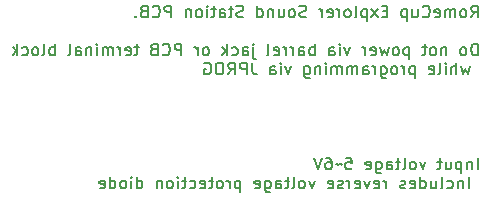
<source format=gbr>
%TF.GenerationSoftware,KiCad,Pcbnew,7.0.10*%
%TF.CreationDate,2024-03-02T17:10:40+01:00*%
%TF.ProjectId,explorer,6578706c-6f72-4657-922e-6b696361645f,rev?*%
%TF.SameCoordinates,Original*%
%TF.FileFunction,Legend,Bot*%
%TF.FilePolarity,Positive*%
%FSLAX46Y46*%
G04 Gerber Fmt 4.6, Leading zero omitted, Abs format (unit mm)*
G04 Created by KiCad (PCBNEW 7.0.10) date 2024-03-02 17:10:40*
%MOMM*%
%LPD*%
G01*
G04 APERTURE LIST*
G04 Aperture macros list*
%AMRoundRect*
0 Rectangle with rounded corners*
0 $1 Rounding radius*
0 $2 $3 $4 $5 $6 $7 $8 $9 X,Y pos of 4 corners*
0 Add a 4 corners polygon primitive as box body*
4,1,4,$2,$3,$4,$5,$6,$7,$8,$9,$2,$3,0*
0 Add four circle primitives for the rounded corners*
1,1,$1+$1,$2,$3*
1,1,$1+$1,$4,$5*
1,1,$1+$1,$6,$7*
1,1,$1+$1,$8,$9*
0 Add four rect primitives between the rounded corners*
20,1,$1+$1,$2,$3,$4,$5,0*
20,1,$1+$1,$4,$5,$6,$7,0*
20,1,$1+$1,$6,$7,$8,$9,0*
20,1,$1+$1,$8,$9,$2,$3,0*%
G04 Aperture macros list end*
%ADD10C,0.150000*%
%ADD11C,3.200000*%
%ADD12R,3.500000X3.500000*%
%ADD13RoundRect,0.750000X1.000000X-0.750000X1.000000X0.750000X-1.000000X0.750000X-1.000000X-0.750000X0*%
%ADD14RoundRect,0.875000X0.875000X-0.875000X0.875000X0.875000X-0.875000X0.875000X-0.875000X-0.875000X0*%
%ADD15R,1.700000X1.700000*%
%ADD16O,1.700000X1.700000*%
%ADD17RoundRect,0.250001X-0.949999X-0.949999X0.949999X-0.949999X0.949999X0.949999X-0.949999X0.949999X0*%
%ADD18C,2.400000*%
G04 APERTURE END LIST*
D10*
X90853792Y69559180D02*
X91187125Y70035371D01*
X91425220Y69559180D02*
X91425220Y70559180D01*
X91425220Y70559180D02*
X91044268Y70559180D01*
X91044268Y70559180D02*
X90949030Y70511561D01*
X90949030Y70511561D02*
X90901411Y70463942D01*
X90901411Y70463942D02*
X90853792Y70368704D01*
X90853792Y70368704D02*
X90853792Y70225847D01*
X90853792Y70225847D02*
X90901411Y70130609D01*
X90901411Y70130609D02*
X90949030Y70082990D01*
X90949030Y70082990D02*
X91044268Y70035371D01*
X91044268Y70035371D02*
X91425220Y70035371D01*
X90282363Y69559180D02*
X90377601Y69606800D01*
X90377601Y69606800D02*
X90425220Y69654419D01*
X90425220Y69654419D02*
X90472839Y69749657D01*
X90472839Y69749657D02*
X90472839Y70035371D01*
X90472839Y70035371D02*
X90425220Y70130609D01*
X90425220Y70130609D02*
X90377601Y70178228D01*
X90377601Y70178228D02*
X90282363Y70225847D01*
X90282363Y70225847D02*
X90139506Y70225847D01*
X90139506Y70225847D02*
X90044268Y70178228D01*
X90044268Y70178228D02*
X89996649Y70130609D01*
X89996649Y70130609D02*
X89949030Y70035371D01*
X89949030Y70035371D02*
X89949030Y69749657D01*
X89949030Y69749657D02*
X89996649Y69654419D01*
X89996649Y69654419D02*
X90044268Y69606800D01*
X90044268Y69606800D02*
X90139506Y69559180D01*
X90139506Y69559180D02*
X90282363Y69559180D01*
X89520458Y69559180D02*
X89520458Y70225847D01*
X89520458Y70130609D02*
X89472839Y70178228D01*
X89472839Y70178228D02*
X89377601Y70225847D01*
X89377601Y70225847D02*
X89234744Y70225847D01*
X89234744Y70225847D02*
X89139506Y70178228D01*
X89139506Y70178228D02*
X89091887Y70082990D01*
X89091887Y70082990D02*
X89091887Y69559180D01*
X89091887Y70082990D02*
X89044268Y70178228D01*
X89044268Y70178228D02*
X88949030Y70225847D01*
X88949030Y70225847D02*
X88806173Y70225847D01*
X88806173Y70225847D02*
X88710934Y70178228D01*
X88710934Y70178228D02*
X88663315Y70082990D01*
X88663315Y70082990D02*
X88663315Y69559180D01*
X87806173Y69606800D02*
X87901411Y69559180D01*
X87901411Y69559180D02*
X88091887Y69559180D01*
X88091887Y69559180D02*
X88187125Y69606800D01*
X88187125Y69606800D02*
X88234744Y69702038D01*
X88234744Y69702038D02*
X88234744Y70082990D01*
X88234744Y70082990D02*
X88187125Y70178228D01*
X88187125Y70178228D02*
X88091887Y70225847D01*
X88091887Y70225847D02*
X87901411Y70225847D01*
X87901411Y70225847D02*
X87806173Y70178228D01*
X87806173Y70178228D02*
X87758554Y70082990D01*
X87758554Y70082990D02*
X87758554Y69987752D01*
X87758554Y69987752D02*
X88234744Y69892514D01*
X86758554Y69654419D02*
X86806173Y69606800D01*
X86806173Y69606800D02*
X86949030Y69559180D01*
X86949030Y69559180D02*
X87044268Y69559180D01*
X87044268Y69559180D02*
X87187125Y69606800D01*
X87187125Y69606800D02*
X87282363Y69702038D01*
X87282363Y69702038D02*
X87329982Y69797276D01*
X87329982Y69797276D02*
X87377601Y69987752D01*
X87377601Y69987752D02*
X87377601Y70130609D01*
X87377601Y70130609D02*
X87329982Y70321085D01*
X87329982Y70321085D02*
X87282363Y70416323D01*
X87282363Y70416323D02*
X87187125Y70511561D01*
X87187125Y70511561D02*
X87044268Y70559180D01*
X87044268Y70559180D02*
X86949030Y70559180D01*
X86949030Y70559180D02*
X86806173Y70511561D01*
X86806173Y70511561D02*
X86758554Y70463942D01*
X85901411Y70225847D02*
X85901411Y69559180D01*
X86329982Y70225847D02*
X86329982Y69702038D01*
X86329982Y69702038D02*
X86282363Y69606800D01*
X86282363Y69606800D02*
X86187125Y69559180D01*
X86187125Y69559180D02*
X86044268Y69559180D01*
X86044268Y69559180D02*
X85949030Y69606800D01*
X85949030Y69606800D02*
X85901411Y69654419D01*
X85425220Y70225847D02*
X85425220Y69225847D01*
X85425220Y70178228D02*
X85329982Y70225847D01*
X85329982Y70225847D02*
X85139506Y70225847D01*
X85139506Y70225847D02*
X85044268Y70178228D01*
X85044268Y70178228D02*
X84996649Y70130609D01*
X84996649Y70130609D02*
X84949030Y70035371D01*
X84949030Y70035371D02*
X84949030Y69749657D01*
X84949030Y69749657D02*
X84996649Y69654419D01*
X84996649Y69654419D02*
X85044268Y69606800D01*
X85044268Y69606800D02*
X85139506Y69559180D01*
X85139506Y69559180D02*
X85329982Y69559180D01*
X85329982Y69559180D02*
X85425220Y69606800D01*
X83758553Y70082990D02*
X83425220Y70082990D01*
X83282363Y69559180D02*
X83758553Y69559180D01*
X83758553Y69559180D02*
X83758553Y70559180D01*
X83758553Y70559180D02*
X83282363Y70559180D01*
X82949029Y69559180D02*
X82425220Y70225847D01*
X82949029Y70225847D02*
X82425220Y69559180D01*
X82044267Y70225847D02*
X82044267Y69225847D01*
X82044267Y70178228D02*
X81949029Y70225847D01*
X81949029Y70225847D02*
X81758553Y70225847D01*
X81758553Y70225847D02*
X81663315Y70178228D01*
X81663315Y70178228D02*
X81615696Y70130609D01*
X81615696Y70130609D02*
X81568077Y70035371D01*
X81568077Y70035371D02*
X81568077Y69749657D01*
X81568077Y69749657D02*
X81615696Y69654419D01*
X81615696Y69654419D02*
X81663315Y69606800D01*
X81663315Y69606800D02*
X81758553Y69559180D01*
X81758553Y69559180D02*
X81949029Y69559180D01*
X81949029Y69559180D02*
X82044267Y69606800D01*
X80996648Y69559180D02*
X81091886Y69606800D01*
X81091886Y69606800D02*
X81139505Y69702038D01*
X81139505Y69702038D02*
X81139505Y70559180D01*
X80472838Y69559180D02*
X80568076Y69606800D01*
X80568076Y69606800D02*
X80615695Y69654419D01*
X80615695Y69654419D02*
X80663314Y69749657D01*
X80663314Y69749657D02*
X80663314Y70035371D01*
X80663314Y70035371D02*
X80615695Y70130609D01*
X80615695Y70130609D02*
X80568076Y70178228D01*
X80568076Y70178228D02*
X80472838Y70225847D01*
X80472838Y70225847D02*
X80329981Y70225847D01*
X80329981Y70225847D02*
X80234743Y70178228D01*
X80234743Y70178228D02*
X80187124Y70130609D01*
X80187124Y70130609D02*
X80139505Y70035371D01*
X80139505Y70035371D02*
X80139505Y69749657D01*
X80139505Y69749657D02*
X80187124Y69654419D01*
X80187124Y69654419D02*
X80234743Y69606800D01*
X80234743Y69606800D02*
X80329981Y69559180D01*
X80329981Y69559180D02*
X80472838Y69559180D01*
X79710933Y69559180D02*
X79710933Y70225847D01*
X79710933Y70035371D02*
X79663314Y70130609D01*
X79663314Y70130609D02*
X79615695Y70178228D01*
X79615695Y70178228D02*
X79520457Y70225847D01*
X79520457Y70225847D02*
X79425219Y70225847D01*
X78710933Y69606800D02*
X78806171Y69559180D01*
X78806171Y69559180D02*
X78996647Y69559180D01*
X78996647Y69559180D02*
X79091885Y69606800D01*
X79091885Y69606800D02*
X79139504Y69702038D01*
X79139504Y69702038D02*
X79139504Y70082990D01*
X79139504Y70082990D02*
X79091885Y70178228D01*
X79091885Y70178228D02*
X78996647Y70225847D01*
X78996647Y70225847D02*
X78806171Y70225847D01*
X78806171Y70225847D02*
X78710933Y70178228D01*
X78710933Y70178228D02*
X78663314Y70082990D01*
X78663314Y70082990D02*
X78663314Y69987752D01*
X78663314Y69987752D02*
X79139504Y69892514D01*
X78234742Y69559180D02*
X78234742Y70225847D01*
X78234742Y70035371D02*
X78187123Y70130609D01*
X78187123Y70130609D02*
X78139504Y70178228D01*
X78139504Y70178228D02*
X78044266Y70225847D01*
X78044266Y70225847D02*
X77949028Y70225847D01*
X76901408Y69606800D02*
X76758551Y69559180D01*
X76758551Y69559180D02*
X76520456Y69559180D01*
X76520456Y69559180D02*
X76425218Y69606800D01*
X76425218Y69606800D02*
X76377599Y69654419D01*
X76377599Y69654419D02*
X76329980Y69749657D01*
X76329980Y69749657D02*
X76329980Y69844895D01*
X76329980Y69844895D02*
X76377599Y69940133D01*
X76377599Y69940133D02*
X76425218Y69987752D01*
X76425218Y69987752D02*
X76520456Y70035371D01*
X76520456Y70035371D02*
X76710932Y70082990D01*
X76710932Y70082990D02*
X76806170Y70130609D01*
X76806170Y70130609D02*
X76853789Y70178228D01*
X76853789Y70178228D02*
X76901408Y70273466D01*
X76901408Y70273466D02*
X76901408Y70368704D01*
X76901408Y70368704D02*
X76853789Y70463942D01*
X76853789Y70463942D02*
X76806170Y70511561D01*
X76806170Y70511561D02*
X76710932Y70559180D01*
X76710932Y70559180D02*
X76472837Y70559180D01*
X76472837Y70559180D02*
X76329980Y70511561D01*
X75758551Y69559180D02*
X75853789Y69606800D01*
X75853789Y69606800D02*
X75901408Y69654419D01*
X75901408Y69654419D02*
X75949027Y69749657D01*
X75949027Y69749657D02*
X75949027Y70035371D01*
X75949027Y70035371D02*
X75901408Y70130609D01*
X75901408Y70130609D02*
X75853789Y70178228D01*
X75853789Y70178228D02*
X75758551Y70225847D01*
X75758551Y70225847D02*
X75615694Y70225847D01*
X75615694Y70225847D02*
X75520456Y70178228D01*
X75520456Y70178228D02*
X75472837Y70130609D01*
X75472837Y70130609D02*
X75425218Y70035371D01*
X75425218Y70035371D02*
X75425218Y69749657D01*
X75425218Y69749657D02*
X75472837Y69654419D01*
X75472837Y69654419D02*
X75520456Y69606800D01*
X75520456Y69606800D02*
X75615694Y69559180D01*
X75615694Y69559180D02*
X75758551Y69559180D01*
X74568075Y70225847D02*
X74568075Y69559180D01*
X74996646Y70225847D02*
X74996646Y69702038D01*
X74996646Y69702038D02*
X74949027Y69606800D01*
X74949027Y69606800D02*
X74853789Y69559180D01*
X74853789Y69559180D02*
X74710932Y69559180D01*
X74710932Y69559180D02*
X74615694Y69606800D01*
X74615694Y69606800D02*
X74568075Y69654419D01*
X74091884Y70225847D02*
X74091884Y69559180D01*
X74091884Y70130609D02*
X74044265Y70178228D01*
X74044265Y70178228D02*
X73949027Y70225847D01*
X73949027Y70225847D02*
X73806170Y70225847D01*
X73806170Y70225847D02*
X73710932Y70178228D01*
X73710932Y70178228D02*
X73663313Y70082990D01*
X73663313Y70082990D02*
X73663313Y69559180D01*
X72758551Y69559180D02*
X72758551Y70559180D01*
X72758551Y69606800D02*
X72853789Y69559180D01*
X72853789Y69559180D02*
X73044265Y69559180D01*
X73044265Y69559180D02*
X73139503Y69606800D01*
X73139503Y69606800D02*
X73187122Y69654419D01*
X73187122Y69654419D02*
X73234741Y69749657D01*
X73234741Y69749657D02*
X73234741Y70035371D01*
X73234741Y70035371D02*
X73187122Y70130609D01*
X73187122Y70130609D02*
X73139503Y70178228D01*
X73139503Y70178228D02*
X73044265Y70225847D01*
X73044265Y70225847D02*
X72853789Y70225847D01*
X72853789Y70225847D02*
X72758551Y70178228D01*
X71568074Y69606800D02*
X71425217Y69559180D01*
X71425217Y69559180D02*
X71187122Y69559180D01*
X71187122Y69559180D02*
X71091884Y69606800D01*
X71091884Y69606800D02*
X71044265Y69654419D01*
X71044265Y69654419D02*
X70996646Y69749657D01*
X70996646Y69749657D02*
X70996646Y69844895D01*
X70996646Y69844895D02*
X71044265Y69940133D01*
X71044265Y69940133D02*
X71091884Y69987752D01*
X71091884Y69987752D02*
X71187122Y70035371D01*
X71187122Y70035371D02*
X71377598Y70082990D01*
X71377598Y70082990D02*
X71472836Y70130609D01*
X71472836Y70130609D02*
X71520455Y70178228D01*
X71520455Y70178228D02*
X71568074Y70273466D01*
X71568074Y70273466D02*
X71568074Y70368704D01*
X71568074Y70368704D02*
X71520455Y70463942D01*
X71520455Y70463942D02*
X71472836Y70511561D01*
X71472836Y70511561D02*
X71377598Y70559180D01*
X71377598Y70559180D02*
X71139503Y70559180D01*
X71139503Y70559180D02*
X70996646Y70511561D01*
X70710931Y70225847D02*
X70329979Y70225847D01*
X70568074Y70559180D02*
X70568074Y69702038D01*
X70568074Y69702038D02*
X70520455Y69606800D01*
X70520455Y69606800D02*
X70425217Y69559180D01*
X70425217Y69559180D02*
X70329979Y69559180D01*
X69568074Y69559180D02*
X69568074Y70082990D01*
X69568074Y70082990D02*
X69615693Y70178228D01*
X69615693Y70178228D02*
X69710931Y70225847D01*
X69710931Y70225847D02*
X69901407Y70225847D01*
X69901407Y70225847D02*
X69996645Y70178228D01*
X69568074Y69606800D02*
X69663312Y69559180D01*
X69663312Y69559180D02*
X69901407Y69559180D01*
X69901407Y69559180D02*
X69996645Y69606800D01*
X69996645Y69606800D02*
X70044264Y69702038D01*
X70044264Y69702038D02*
X70044264Y69797276D01*
X70044264Y69797276D02*
X69996645Y69892514D01*
X69996645Y69892514D02*
X69901407Y69940133D01*
X69901407Y69940133D02*
X69663312Y69940133D01*
X69663312Y69940133D02*
X69568074Y69987752D01*
X69234740Y70225847D02*
X68853788Y70225847D01*
X69091883Y70559180D02*
X69091883Y69702038D01*
X69091883Y69702038D02*
X69044264Y69606800D01*
X69044264Y69606800D02*
X68949026Y69559180D01*
X68949026Y69559180D02*
X68853788Y69559180D01*
X68520454Y69559180D02*
X68520454Y70225847D01*
X68520454Y70559180D02*
X68568073Y70511561D01*
X68568073Y70511561D02*
X68520454Y70463942D01*
X68520454Y70463942D02*
X68472835Y70511561D01*
X68472835Y70511561D02*
X68520454Y70559180D01*
X68520454Y70559180D02*
X68520454Y70463942D01*
X67901407Y69559180D02*
X67996645Y69606800D01*
X67996645Y69606800D02*
X68044264Y69654419D01*
X68044264Y69654419D02*
X68091883Y69749657D01*
X68091883Y69749657D02*
X68091883Y70035371D01*
X68091883Y70035371D02*
X68044264Y70130609D01*
X68044264Y70130609D02*
X67996645Y70178228D01*
X67996645Y70178228D02*
X67901407Y70225847D01*
X67901407Y70225847D02*
X67758550Y70225847D01*
X67758550Y70225847D02*
X67663312Y70178228D01*
X67663312Y70178228D02*
X67615693Y70130609D01*
X67615693Y70130609D02*
X67568074Y70035371D01*
X67568074Y70035371D02*
X67568074Y69749657D01*
X67568074Y69749657D02*
X67615693Y69654419D01*
X67615693Y69654419D02*
X67663312Y69606800D01*
X67663312Y69606800D02*
X67758550Y69559180D01*
X67758550Y69559180D02*
X67901407Y69559180D01*
X67139502Y70225847D02*
X67139502Y69559180D01*
X67139502Y70130609D02*
X67091883Y70178228D01*
X67091883Y70178228D02*
X66996645Y70225847D01*
X66996645Y70225847D02*
X66853788Y70225847D01*
X66853788Y70225847D02*
X66758550Y70178228D01*
X66758550Y70178228D02*
X66710931Y70082990D01*
X66710931Y70082990D02*
X66710931Y69559180D01*
X65472835Y69559180D02*
X65472835Y70559180D01*
X65472835Y70559180D02*
X65091883Y70559180D01*
X65091883Y70559180D02*
X64996645Y70511561D01*
X64996645Y70511561D02*
X64949026Y70463942D01*
X64949026Y70463942D02*
X64901407Y70368704D01*
X64901407Y70368704D02*
X64901407Y70225847D01*
X64901407Y70225847D02*
X64949026Y70130609D01*
X64949026Y70130609D02*
X64996645Y70082990D01*
X64996645Y70082990D02*
X65091883Y70035371D01*
X65091883Y70035371D02*
X65472835Y70035371D01*
X63901407Y69654419D02*
X63949026Y69606800D01*
X63949026Y69606800D02*
X64091883Y69559180D01*
X64091883Y69559180D02*
X64187121Y69559180D01*
X64187121Y69559180D02*
X64329978Y69606800D01*
X64329978Y69606800D02*
X64425216Y69702038D01*
X64425216Y69702038D02*
X64472835Y69797276D01*
X64472835Y69797276D02*
X64520454Y69987752D01*
X64520454Y69987752D02*
X64520454Y70130609D01*
X64520454Y70130609D02*
X64472835Y70321085D01*
X64472835Y70321085D02*
X64425216Y70416323D01*
X64425216Y70416323D02*
X64329978Y70511561D01*
X64329978Y70511561D02*
X64187121Y70559180D01*
X64187121Y70559180D02*
X64091883Y70559180D01*
X64091883Y70559180D02*
X63949026Y70511561D01*
X63949026Y70511561D02*
X63901407Y70463942D01*
X63139502Y70082990D02*
X62996645Y70035371D01*
X62996645Y70035371D02*
X62949026Y69987752D01*
X62949026Y69987752D02*
X62901407Y69892514D01*
X62901407Y69892514D02*
X62901407Y69749657D01*
X62901407Y69749657D02*
X62949026Y69654419D01*
X62949026Y69654419D02*
X62996645Y69606800D01*
X62996645Y69606800D02*
X63091883Y69559180D01*
X63091883Y69559180D02*
X63472835Y69559180D01*
X63472835Y69559180D02*
X63472835Y70559180D01*
X63472835Y70559180D02*
X63139502Y70559180D01*
X63139502Y70559180D02*
X63044264Y70511561D01*
X63044264Y70511561D02*
X62996645Y70463942D01*
X62996645Y70463942D02*
X62949026Y70368704D01*
X62949026Y70368704D02*
X62949026Y70273466D01*
X62949026Y70273466D02*
X62996645Y70178228D01*
X62996645Y70178228D02*
X63044264Y70130609D01*
X63044264Y70130609D02*
X63139502Y70082990D01*
X63139502Y70082990D02*
X63472835Y70082990D01*
X62472835Y69654419D02*
X62425216Y69606800D01*
X62425216Y69606800D02*
X62472835Y69559180D01*
X62472835Y69559180D02*
X62520454Y69606800D01*
X62520454Y69606800D02*
X62472835Y69654419D01*
X62472835Y69654419D02*
X62472835Y69559180D01*
X91425220Y66339180D02*
X91425220Y67339180D01*
X91425220Y67339180D02*
X91187125Y67339180D01*
X91187125Y67339180D02*
X91044268Y67291561D01*
X91044268Y67291561D02*
X90949030Y67196323D01*
X90949030Y67196323D02*
X90901411Y67101085D01*
X90901411Y67101085D02*
X90853792Y66910609D01*
X90853792Y66910609D02*
X90853792Y66767752D01*
X90853792Y66767752D02*
X90901411Y66577276D01*
X90901411Y66577276D02*
X90949030Y66482038D01*
X90949030Y66482038D02*
X91044268Y66386800D01*
X91044268Y66386800D02*
X91187125Y66339180D01*
X91187125Y66339180D02*
X91425220Y66339180D01*
X90282363Y66339180D02*
X90377601Y66386800D01*
X90377601Y66386800D02*
X90425220Y66434419D01*
X90425220Y66434419D02*
X90472839Y66529657D01*
X90472839Y66529657D02*
X90472839Y66815371D01*
X90472839Y66815371D02*
X90425220Y66910609D01*
X90425220Y66910609D02*
X90377601Y66958228D01*
X90377601Y66958228D02*
X90282363Y67005847D01*
X90282363Y67005847D02*
X90139506Y67005847D01*
X90139506Y67005847D02*
X90044268Y66958228D01*
X90044268Y66958228D02*
X89996649Y66910609D01*
X89996649Y66910609D02*
X89949030Y66815371D01*
X89949030Y66815371D02*
X89949030Y66529657D01*
X89949030Y66529657D02*
X89996649Y66434419D01*
X89996649Y66434419D02*
X90044268Y66386800D01*
X90044268Y66386800D02*
X90139506Y66339180D01*
X90139506Y66339180D02*
X90282363Y66339180D01*
X88758553Y67005847D02*
X88758553Y66339180D01*
X88758553Y66910609D02*
X88710934Y66958228D01*
X88710934Y66958228D02*
X88615696Y67005847D01*
X88615696Y67005847D02*
X88472839Y67005847D01*
X88472839Y67005847D02*
X88377601Y66958228D01*
X88377601Y66958228D02*
X88329982Y66862990D01*
X88329982Y66862990D02*
X88329982Y66339180D01*
X87710934Y66339180D02*
X87806172Y66386800D01*
X87806172Y66386800D02*
X87853791Y66434419D01*
X87853791Y66434419D02*
X87901410Y66529657D01*
X87901410Y66529657D02*
X87901410Y66815371D01*
X87901410Y66815371D02*
X87853791Y66910609D01*
X87853791Y66910609D02*
X87806172Y66958228D01*
X87806172Y66958228D02*
X87710934Y67005847D01*
X87710934Y67005847D02*
X87568077Y67005847D01*
X87568077Y67005847D02*
X87472839Y66958228D01*
X87472839Y66958228D02*
X87425220Y66910609D01*
X87425220Y66910609D02*
X87377601Y66815371D01*
X87377601Y66815371D02*
X87377601Y66529657D01*
X87377601Y66529657D02*
X87425220Y66434419D01*
X87425220Y66434419D02*
X87472839Y66386800D01*
X87472839Y66386800D02*
X87568077Y66339180D01*
X87568077Y66339180D02*
X87710934Y66339180D01*
X87091886Y67005847D02*
X86710934Y67005847D01*
X86949029Y67339180D02*
X86949029Y66482038D01*
X86949029Y66482038D02*
X86901410Y66386800D01*
X86901410Y66386800D02*
X86806172Y66339180D01*
X86806172Y66339180D02*
X86710934Y66339180D01*
X85615695Y67005847D02*
X85615695Y66005847D01*
X85615695Y66958228D02*
X85520457Y67005847D01*
X85520457Y67005847D02*
X85329981Y67005847D01*
X85329981Y67005847D02*
X85234743Y66958228D01*
X85234743Y66958228D02*
X85187124Y66910609D01*
X85187124Y66910609D02*
X85139505Y66815371D01*
X85139505Y66815371D02*
X85139505Y66529657D01*
X85139505Y66529657D02*
X85187124Y66434419D01*
X85187124Y66434419D02*
X85234743Y66386800D01*
X85234743Y66386800D02*
X85329981Y66339180D01*
X85329981Y66339180D02*
X85520457Y66339180D01*
X85520457Y66339180D02*
X85615695Y66386800D01*
X84568076Y66339180D02*
X84663314Y66386800D01*
X84663314Y66386800D02*
X84710933Y66434419D01*
X84710933Y66434419D02*
X84758552Y66529657D01*
X84758552Y66529657D02*
X84758552Y66815371D01*
X84758552Y66815371D02*
X84710933Y66910609D01*
X84710933Y66910609D02*
X84663314Y66958228D01*
X84663314Y66958228D02*
X84568076Y67005847D01*
X84568076Y67005847D02*
X84425219Y67005847D01*
X84425219Y67005847D02*
X84329981Y66958228D01*
X84329981Y66958228D02*
X84282362Y66910609D01*
X84282362Y66910609D02*
X84234743Y66815371D01*
X84234743Y66815371D02*
X84234743Y66529657D01*
X84234743Y66529657D02*
X84282362Y66434419D01*
X84282362Y66434419D02*
X84329981Y66386800D01*
X84329981Y66386800D02*
X84425219Y66339180D01*
X84425219Y66339180D02*
X84568076Y66339180D01*
X83901409Y67005847D02*
X83710933Y66339180D01*
X83710933Y66339180D02*
X83520457Y66815371D01*
X83520457Y66815371D02*
X83329981Y66339180D01*
X83329981Y66339180D02*
X83139505Y67005847D01*
X82377600Y66386800D02*
X82472838Y66339180D01*
X82472838Y66339180D02*
X82663314Y66339180D01*
X82663314Y66339180D02*
X82758552Y66386800D01*
X82758552Y66386800D02*
X82806171Y66482038D01*
X82806171Y66482038D02*
X82806171Y66862990D01*
X82806171Y66862990D02*
X82758552Y66958228D01*
X82758552Y66958228D02*
X82663314Y67005847D01*
X82663314Y67005847D02*
X82472838Y67005847D01*
X82472838Y67005847D02*
X82377600Y66958228D01*
X82377600Y66958228D02*
X82329981Y66862990D01*
X82329981Y66862990D02*
X82329981Y66767752D01*
X82329981Y66767752D02*
X82806171Y66672514D01*
X81901409Y66339180D02*
X81901409Y67005847D01*
X81901409Y66815371D02*
X81853790Y66910609D01*
X81853790Y66910609D02*
X81806171Y66958228D01*
X81806171Y66958228D02*
X81710933Y67005847D01*
X81710933Y67005847D02*
X81615695Y67005847D01*
X80615694Y67005847D02*
X80377599Y66339180D01*
X80377599Y66339180D02*
X80139504Y67005847D01*
X79758551Y66339180D02*
X79758551Y67005847D01*
X79758551Y67339180D02*
X79806170Y67291561D01*
X79806170Y67291561D02*
X79758551Y67243942D01*
X79758551Y67243942D02*
X79710932Y67291561D01*
X79710932Y67291561D02*
X79758551Y67339180D01*
X79758551Y67339180D02*
X79758551Y67243942D01*
X78853790Y66339180D02*
X78853790Y66862990D01*
X78853790Y66862990D02*
X78901409Y66958228D01*
X78901409Y66958228D02*
X78996647Y67005847D01*
X78996647Y67005847D02*
X79187123Y67005847D01*
X79187123Y67005847D02*
X79282361Y66958228D01*
X78853790Y66386800D02*
X78949028Y66339180D01*
X78949028Y66339180D02*
X79187123Y66339180D01*
X79187123Y66339180D02*
X79282361Y66386800D01*
X79282361Y66386800D02*
X79329980Y66482038D01*
X79329980Y66482038D02*
X79329980Y66577276D01*
X79329980Y66577276D02*
X79282361Y66672514D01*
X79282361Y66672514D02*
X79187123Y66720133D01*
X79187123Y66720133D02*
X78949028Y66720133D01*
X78949028Y66720133D02*
X78853790Y66767752D01*
X77615694Y66339180D02*
X77615694Y67339180D01*
X77615694Y66958228D02*
X77520456Y67005847D01*
X77520456Y67005847D02*
X77329980Y67005847D01*
X77329980Y67005847D02*
X77234742Y66958228D01*
X77234742Y66958228D02*
X77187123Y66910609D01*
X77187123Y66910609D02*
X77139504Y66815371D01*
X77139504Y66815371D02*
X77139504Y66529657D01*
X77139504Y66529657D02*
X77187123Y66434419D01*
X77187123Y66434419D02*
X77234742Y66386800D01*
X77234742Y66386800D02*
X77329980Y66339180D01*
X77329980Y66339180D02*
X77520456Y66339180D01*
X77520456Y66339180D02*
X77615694Y66386800D01*
X76282361Y66339180D02*
X76282361Y66862990D01*
X76282361Y66862990D02*
X76329980Y66958228D01*
X76329980Y66958228D02*
X76425218Y67005847D01*
X76425218Y67005847D02*
X76615694Y67005847D01*
X76615694Y67005847D02*
X76710932Y66958228D01*
X76282361Y66386800D02*
X76377599Y66339180D01*
X76377599Y66339180D02*
X76615694Y66339180D01*
X76615694Y66339180D02*
X76710932Y66386800D01*
X76710932Y66386800D02*
X76758551Y66482038D01*
X76758551Y66482038D02*
X76758551Y66577276D01*
X76758551Y66577276D02*
X76710932Y66672514D01*
X76710932Y66672514D02*
X76615694Y66720133D01*
X76615694Y66720133D02*
X76377599Y66720133D01*
X76377599Y66720133D02*
X76282361Y66767752D01*
X75806170Y66339180D02*
X75806170Y67005847D01*
X75806170Y66815371D02*
X75758551Y66910609D01*
X75758551Y66910609D02*
X75710932Y66958228D01*
X75710932Y66958228D02*
X75615694Y67005847D01*
X75615694Y67005847D02*
X75520456Y67005847D01*
X75187122Y66339180D02*
X75187122Y67005847D01*
X75187122Y66815371D02*
X75139503Y66910609D01*
X75139503Y66910609D02*
X75091884Y66958228D01*
X75091884Y66958228D02*
X74996646Y67005847D01*
X74996646Y67005847D02*
X74901408Y67005847D01*
X74187122Y66386800D02*
X74282360Y66339180D01*
X74282360Y66339180D02*
X74472836Y66339180D01*
X74472836Y66339180D02*
X74568074Y66386800D01*
X74568074Y66386800D02*
X74615693Y66482038D01*
X74615693Y66482038D02*
X74615693Y66862990D01*
X74615693Y66862990D02*
X74568074Y66958228D01*
X74568074Y66958228D02*
X74472836Y67005847D01*
X74472836Y67005847D02*
X74282360Y67005847D01*
X74282360Y67005847D02*
X74187122Y66958228D01*
X74187122Y66958228D02*
X74139503Y66862990D01*
X74139503Y66862990D02*
X74139503Y66767752D01*
X74139503Y66767752D02*
X74615693Y66672514D01*
X73568074Y66339180D02*
X73663312Y66386800D01*
X73663312Y66386800D02*
X73710931Y66482038D01*
X73710931Y66482038D02*
X73710931Y67339180D01*
X72425216Y67005847D02*
X72425216Y66148704D01*
X72425216Y66148704D02*
X72472835Y66053466D01*
X72472835Y66053466D02*
X72568073Y66005847D01*
X72568073Y66005847D02*
X72615692Y66005847D01*
X72425216Y67339180D02*
X72472835Y67291561D01*
X72472835Y67291561D02*
X72425216Y67243942D01*
X72425216Y67243942D02*
X72377597Y67291561D01*
X72377597Y67291561D02*
X72425216Y67339180D01*
X72425216Y67339180D02*
X72425216Y67243942D01*
X71520455Y66339180D02*
X71520455Y66862990D01*
X71520455Y66862990D02*
X71568074Y66958228D01*
X71568074Y66958228D02*
X71663312Y67005847D01*
X71663312Y67005847D02*
X71853788Y67005847D01*
X71853788Y67005847D02*
X71949026Y66958228D01*
X71520455Y66386800D02*
X71615693Y66339180D01*
X71615693Y66339180D02*
X71853788Y66339180D01*
X71853788Y66339180D02*
X71949026Y66386800D01*
X71949026Y66386800D02*
X71996645Y66482038D01*
X71996645Y66482038D02*
X71996645Y66577276D01*
X71996645Y66577276D02*
X71949026Y66672514D01*
X71949026Y66672514D02*
X71853788Y66720133D01*
X71853788Y66720133D02*
X71615693Y66720133D01*
X71615693Y66720133D02*
X71520455Y66767752D01*
X70615693Y66386800D02*
X70710931Y66339180D01*
X70710931Y66339180D02*
X70901407Y66339180D01*
X70901407Y66339180D02*
X70996645Y66386800D01*
X70996645Y66386800D02*
X71044264Y66434419D01*
X71044264Y66434419D02*
X71091883Y66529657D01*
X71091883Y66529657D02*
X71091883Y66815371D01*
X71091883Y66815371D02*
X71044264Y66910609D01*
X71044264Y66910609D02*
X70996645Y66958228D01*
X70996645Y66958228D02*
X70901407Y67005847D01*
X70901407Y67005847D02*
X70710931Y67005847D01*
X70710931Y67005847D02*
X70615693Y66958228D01*
X70187121Y66339180D02*
X70187121Y67339180D01*
X70091883Y66720133D02*
X69806169Y66339180D01*
X69806169Y67005847D02*
X70187121Y66624895D01*
X68472835Y66339180D02*
X68568073Y66386800D01*
X68568073Y66386800D02*
X68615692Y66434419D01*
X68615692Y66434419D02*
X68663311Y66529657D01*
X68663311Y66529657D02*
X68663311Y66815371D01*
X68663311Y66815371D02*
X68615692Y66910609D01*
X68615692Y66910609D02*
X68568073Y66958228D01*
X68568073Y66958228D02*
X68472835Y67005847D01*
X68472835Y67005847D02*
X68329978Y67005847D01*
X68329978Y67005847D02*
X68234740Y66958228D01*
X68234740Y66958228D02*
X68187121Y66910609D01*
X68187121Y66910609D02*
X68139502Y66815371D01*
X68139502Y66815371D02*
X68139502Y66529657D01*
X68139502Y66529657D02*
X68187121Y66434419D01*
X68187121Y66434419D02*
X68234740Y66386800D01*
X68234740Y66386800D02*
X68329978Y66339180D01*
X68329978Y66339180D02*
X68472835Y66339180D01*
X67710930Y66339180D02*
X67710930Y67005847D01*
X67710930Y66815371D02*
X67663311Y66910609D01*
X67663311Y66910609D02*
X67615692Y66958228D01*
X67615692Y66958228D02*
X67520454Y67005847D01*
X67520454Y67005847D02*
X67425216Y67005847D01*
X66329977Y66339180D02*
X66329977Y67339180D01*
X66329977Y67339180D02*
X65949025Y67339180D01*
X65949025Y67339180D02*
X65853787Y67291561D01*
X65853787Y67291561D02*
X65806168Y67243942D01*
X65806168Y67243942D02*
X65758549Y67148704D01*
X65758549Y67148704D02*
X65758549Y67005847D01*
X65758549Y67005847D02*
X65806168Y66910609D01*
X65806168Y66910609D02*
X65853787Y66862990D01*
X65853787Y66862990D02*
X65949025Y66815371D01*
X65949025Y66815371D02*
X66329977Y66815371D01*
X64758549Y66434419D02*
X64806168Y66386800D01*
X64806168Y66386800D02*
X64949025Y66339180D01*
X64949025Y66339180D02*
X65044263Y66339180D01*
X65044263Y66339180D02*
X65187120Y66386800D01*
X65187120Y66386800D02*
X65282358Y66482038D01*
X65282358Y66482038D02*
X65329977Y66577276D01*
X65329977Y66577276D02*
X65377596Y66767752D01*
X65377596Y66767752D02*
X65377596Y66910609D01*
X65377596Y66910609D02*
X65329977Y67101085D01*
X65329977Y67101085D02*
X65282358Y67196323D01*
X65282358Y67196323D02*
X65187120Y67291561D01*
X65187120Y67291561D02*
X65044263Y67339180D01*
X65044263Y67339180D02*
X64949025Y67339180D01*
X64949025Y67339180D02*
X64806168Y67291561D01*
X64806168Y67291561D02*
X64758549Y67243942D01*
X63996644Y66862990D02*
X63853787Y66815371D01*
X63853787Y66815371D02*
X63806168Y66767752D01*
X63806168Y66767752D02*
X63758549Y66672514D01*
X63758549Y66672514D02*
X63758549Y66529657D01*
X63758549Y66529657D02*
X63806168Y66434419D01*
X63806168Y66434419D02*
X63853787Y66386800D01*
X63853787Y66386800D02*
X63949025Y66339180D01*
X63949025Y66339180D02*
X64329977Y66339180D01*
X64329977Y66339180D02*
X64329977Y67339180D01*
X64329977Y67339180D02*
X63996644Y67339180D01*
X63996644Y67339180D02*
X63901406Y67291561D01*
X63901406Y67291561D02*
X63853787Y67243942D01*
X63853787Y67243942D02*
X63806168Y67148704D01*
X63806168Y67148704D02*
X63806168Y67053466D01*
X63806168Y67053466D02*
X63853787Y66958228D01*
X63853787Y66958228D02*
X63901406Y66910609D01*
X63901406Y66910609D02*
X63996644Y66862990D01*
X63996644Y66862990D02*
X64329977Y66862990D01*
X62710929Y67005847D02*
X62329977Y67005847D01*
X62568072Y67339180D02*
X62568072Y66482038D01*
X62568072Y66482038D02*
X62520453Y66386800D01*
X62520453Y66386800D02*
X62425215Y66339180D01*
X62425215Y66339180D02*
X62329977Y66339180D01*
X61615691Y66386800D02*
X61710929Y66339180D01*
X61710929Y66339180D02*
X61901405Y66339180D01*
X61901405Y66339180D02*
X61996643Y66386800D01*
X61996643Y66386800D02*
X62044262Y66482038D01*
X62044262Y66482038D02*
X62044262Y66862990D01*
X62044262Y66862990D02*
X61996643Y66958228D01*
X61996643Y66958228D02*
X61901405Y67005847D01*
X61901405Y67005847D02*
X61710929Y67005847D01*
X61710929Y67005847D02*
X61615691Y66958228D01*
X61615691Y66958228D02*
X61568072Y66862990D01*
X61568072Y66862990D02*
X61568072Y66767752D01*
X61568072Y66767752D02*
X62044262Y66672514D01*
X61139500Y66339180D02*
X61139500Y67005847D01*
X61139500Y66815371D02*
X61091881Y66910609D01*
X61091881Y66910609D02*
X61044262Y66958228D01*
X61044262Y66958228D02*
X60949024Y67005847D01*
X60949024Y67005847D02*
X60853786Y67005847D01*
X60520452Y66339180D02*
X60520452Y67005847D01*
X60520452Y66910609D02*
X60472833Y66958228D01*
X60472833Y66958228D02*
X60377595Y67005847D01*
X60377595Y67005847D02*
X60234738Y67005847D01*
X60234738Y67005847D02*
X60139500Y66958228D01*
X60139500Y66958228D02*
X60091881Y66862990D01*
X60091881Y66862990D02*
X60091881Y66339180D01*
X60091881Y66862990D02*
X60044262Y66958228D01*
X60044262Y66958228D02*
X59949024Y67005847D01*
X59949024Y67005847D02*
X59806167Y67005847D01*
X59806167Y67005847D02*
X59710928Y66958228D01*
X59710928Y66958228D02*
X59663309Y66862990D01*
X59663309Y66862990D02*
X59663309Y66339180D01*
X59187119Y66339180D02*
X59187119Y67005847D01*
X59187119Y67339180D02*
X59234738Y67291561D01*
X59234738Y67291561D02*
X59187119Y67243942D01*
X59187119Y67243942D02*
X59139500Y67291561D01*
X59139500Y67291561D02*
X59187119Y67339180D01*
X59187119Y67339180D02*
X59187119Y67243942D01*
X58710929Y67005847D02*
X58710929Y66339180D01*
X58710929Y66910609D02*
X58663310Y66958228D01*
X58663310Y66958228D02*
X58568072Y67005847D01*
X58568072Y67005847D02*
X58425215Y67005847D01*
X58425215Y67005847D02*
X58329977Y66958228D01*
X58329977Y66958228D02*
X58282358Y66862990D01*
X58282358Y66862990D02*
X58282358Y66339180D01*
X57377596Y66339180D02*
X57377596Y66862990D01*
X57377596Y66862990D02*
X57425215Y66958228D01*
X57425215Y66958228D02*
X57520453Y67005847D01*
X57520453Y67005847D02*
X57710929Y67005847D01*
X57710929Y67005847D02*
X57806167Y66958228D01*
X57377596Y66386800D02*
X57472834Y66339180D01*
X57472834Y66339180D02*
X57710929Y66339180D01*
X57710929Y66339180D02*
X57806167Y66386800D01*
X57806167Y66386800D02*
X57853786Y66482038D01*
X57853786Y66482038D02*
X57853786Y66577276D01*
X57853786Y66577276D02*
X57806167Y66672514D01*
X57806167Y66672514D02*
X57710929Y66720133D01*
X57710929Y66720133D02*
X57472834Y66720133D01*
X57472834Y66720133D02*
X57377596Y66767752D01*
X56758548Y66339180D02*
X56853786Y66386800D01*
X56853786Y66386800D02*
X56901405Y66482038D01*
X56901405Y66482038D02*
X56901405Y67339180D01*
X55615690Y66339180D02*
X55615690Y67339180D01*
X55615690Y66958228D02*
X55520452Y67005847D01*
X55520452Y67005847D02*
X55329976Y67005847D01*
X55329976Y67005847D02*
X55234738Y66958228D01*
X55234738Y66958228D02*
X55187119Y66910609D01*
X55187119Y66910609D02*
X55139500Y66815371D01*
X55139500Y66815371D02*
X55139500Y66529657D01*
X55139500Y66529657D02*
X55187119Y66434419D01*
X55187119Y66434419D02*
X55234738Y66386800D01*
X55234738Y66386800D02*
X55329976Y66339180D01*
X55329976Y66339180D02*
X55520452Y66339180D01*
X55520452Y66339180D02*
X55615690Y66386800D01*
X54568071Y66339180D02*
X54663309Y66386800D01*
X54663309Y66386800D02*
X54710928Y66482038D01*
X54710928Y66482038D02*
X54710928Y67339180D01*
X54044261Y66339180D02*
X54139499Y66386800D01*
X54139499Y66386800D02*
X54187118Y66434419D01*
X54187118Y66434419D02*
X54234737Y66529657D01*
X54234737Y66529657D02*
X54234737Y66815371D01*
X54234737Y66815371D02*
X54187118Y66910609D01*
X54187118Y66910609D02*
X54139499Y66958228D01*
X54139499Y66958228D02*
X54044261Y67005847D01*
X54044261Y67005847D02*
X53901404Y67005847D01*
X53901404Y67005847D02*
X53806166Y66958228D01*
X53806166Y66958228D02*
X53758547Y66910609D01*
X53758547Y66910609D02*
X53710928Y66815371D01*
X53710928Y66815371D02*
X53710928Y66529657D01*
X53710928Y66529657D02*
X53758547Y66434419D01*
X53758547Y66434419D02*
X53806166Y66386800D01*
X53806166Y66386800D02*
X53901404Y66339180D01*
X53901404Y66339180D02*
X54044261Y66339180D01*
X52853785Y66386800D02*
X52949023Y66339180D01*
X52949023Y66339180D02*
X53139499Y66339180D01*
X53139499Y66339180D02*
X53234737Y66386800D01*
X53234737Y66386800D02*
X53282356Y66434419D01*
X53282356Y66434419D02*
X53329975Y66529657D01*
X53329975Y66529657D02*
X53329975Y66815371D01*
X53329975Y66815371D02*
X53282356Y66910609D01*
X53282356Y66910609D02*
X53234737Y66958228D01*
X53234737Y66958228D02*
X53139499Y67005847D01*
X53139499Y67005847D02*
X52949023Y67005847D01*
X52949023Y67005847D02*
X52853785Y66958228D01*
X52425213Y66339180D02*
X52425213Y67339180D01*
X52329975Y66720133D02*
X52044261Y66339180D01*
X52044261Y67005847D02*
X52425213Y66624895D01*
X90758553Y65395847D02*
X90568077Y64729180D01*
X90568077Y64729180D02*
X90377601Y65205371D01*
X90377601Y65205371D02*
X90187125Y64729180D01*
X90187125Y64729180D02*
X89996649Y65395847D01*
X89615696Y64729180D02*
X89615696Y65729180D01*
X89187125Y64729180D02*
X89187125Y65252990D01*
X89187125Y65252990D02*
X89234744Y65348228D01*
X89234744Y65348228D02*
X89329982Y65395847D01*
X89329982Y65395847D02*
X89472839Y65395847D01*
X89472839Y65395847D02*
X89568077Y65348228D01*
X89568077Y65348228D02*
X89615696Y65300609D01*
X88710934Y64729180D02*
X88710934Y65395847D01*
X88710934Y65729180D02*
X88758553Y65681561D01*
X88758553Y65681561D02*
X88710934Y65633942D01*
X88710934Y65633942D02*
X88663315Y65681561D01*
X88663315Y65681561D02*
X88710934Y65729180D01*
X88710934Y65729180D02*
X88710934Y65633942D01*
X88091887Y64729180D02*
X88187125Y64776800D01*
X88187125Y64776800D02*
X88234744Y64872038D01*
X88234744Y64872038D02*
X88234744Y65729180D01*
X87329982Y64776800D02*
X87425220Y64729180D01*
X87425220Y64729180D02*
X87615696Y64729180D01*
X87615696Y64729180D02*
X87710934Y64776800D01*
X87710934Y64776800D02*
X87758553Y64872038D01*
X87758553Y64872038D02*
X87758553Y65252990D01*
X87758553Y65252990D02*
X87710934Y65348228D01*
X87710934Y65348228D02*
X87615696Y65395847D01*
X87615696Y65395847D02*
X87425220Y65395847D01*
X87425220Y65395847D02*
X87329982Y65348228D01*
X87329982Y65348228D02*
X87282363Y65252990D01*
X87282363Y65252990D02*
X87282363Y65157752D01*
X87282363Y65157752D02*
X87758553Y65062514D01*
X86091886Y65395847D02*
X86091886Y64395847D01*
X86091886Y65348228D02*
X85996648Y65395847D01*
X85996648Y65395847D02*
X85806172Y65395847D01*
X85806172Y65395847D02*
X85710934Y65348228D01*
X85710934Y65348228D02*
X85663315Y65300609D01*
X85663315Y65300609D02*
X85615696Y65205371D01*
X85615696Y65205371D02*
X85615696Y64919657D01*
X85615696Y64919657D02*
X85663315Y64824419D01*
X85663315Y64824419D02*
X85710934Y64776800D01*
X85710934Y64776800D02*
X85806172Y64729180D01*
X85806172Y64729180D02*
X85996648Y64729180D01*
X85996648Y64729180D02*
X86091886Y64776800D01*
X85187124Y64729180D02*
X85187124Y65395847D01*
X85187124Y65205371D02*
X85139505Y65300609D01*
X85139505Y65300609D02*
X85091886Y65348228D01*
X85091886Y65348228D02*
X84996648Y65395847D01*
X84996648Y65395847D02*
X84901410Y65395847D01*
X84425219Y64729180D02*
X84520457Y64776800D01*
X84520457Y64776800D02*
X84568076Y64824419D01*
X84568076Y64824419D02*
X84615695Y64919657D01*
X84615695Y64919657D02*
X84615695Y65205371D01*
X84615695Y65205371D02*
X84568076Y65300609D01*
X84568076Y65300609D02*
X84520457Y65348228D01*
X84520457Y65348228D02*
X84425219Y65395847D01*
X84425219Y65395847D02*
X84282362Y65395847D01*
X84282362Y65395847D02*
X84187124Y65348228D01*
X84187124Y65348228D02*
X84139505Y65300609D01*
X84139505Y65300609D02*
X84091886Y65205371D01*
X84091886Y65205371D02*
X84091886Y64919657D01*
X84091886Y64919657D02*
X84139505Y64824419D01*
X84139505Y64824419D02*
X84187124Y64776800D01*
X84187124Y64776800D02*
X84282362Y64729180D01*
X84282362Y64729180D02*
X84425219Y64729180D01*
X83234743Y65395847D02*
X83234743Y64586323D01*
X83234743Y64586323D02*
X83282362Y64491085D01*
X83282362Y64491085D02*
X83329981Y64443466D01*
X83329981Y64443466D02*
X83425219Y64395847D01*
X83425219Y64395847D02*
X83568076Y64395847D01*
X83568076Y64395847D02*
X83663314Y64443466D01*
X83234743Y64776800D02*
X83329981Y64729180D01*
X83329981Y64729180D02*
X83520457Y64729180D01*
X83520457Y64729180D02*
X83615695Y64776800D01*
X83615695Y64776800D02*
X83663314Y64824419D01*
X83663314Y64824419D02*
X83710933Y64919657D01*
X83710933Y64919657D02*
X83710933Y65205371D01*
X83710933Y65205371D02*
X83663314Y65300609D01*
X83663314Y65300609D02*
X83615695Y65348228D01*
X83615695Y65348228D02*
X83520457Y65395847D01*
X83520457Y65395847D02*
X83329981Y65395847D01*
X83329981Y65395847D02*
X83234743Y65348228D01*
X82758552Y64729180D02*
X82758552Y65395847D01*
X82758552Y65205371D02*
X82710933Y65300609D01*
X82710933Y65300609D02*
X82663314Y65348228D01*
X82663314Y65348228D02*
X82568076Y65395847D01*
X82568076Y65395847D02*
X82472838Y65395847D01*
X81710933Y64729180D02*
X81710933Y65252990D01*
X81710933Y65252990D02*
X81758552Y65348228D01*
X81758552Y65348228D02*
X81853790Y65395847D01*
X81853790Y65395847D02*
X82044266Y65395847D01*
X82044266Y65395847D02*
X82139504Y65348228D01*
X81710933Y64776800D02*
X81806171Y64729180D01*
X81806171Y64729180D02*
X82044266Y64729180D01*
X82044266Y64729180D02*
X82139504Y64776800D01*
X82139504Y64776800D02*
X82187123Y64872038D01*
X82187123Y64872038D02*
X82187123Y64967276D01*
X82187123Y64967276D02*
X82139504Y65062514D01*
X82139504Y65062514D02*
X82044266Y65110133D01*
X82044266Y65110133D02*
X81806171Y65110133D01*
X81806171Y65110133D02*
X81710933Y65157752D01*
X81234742Y64729180D02*
X81234742Y65395847D01*
X81234742Y65300609D02*
X81187123Y65348228D01*
X81187123Y65348228D02*
X81091885Y65395847D01*
X81091885Y65395847D02*
X80949028Y65395847D01*
X80949028Y65395847D02*
X80853790Y65348228D01*
X80853790Y65348228D02*
X80806171Y65252990D01*
X80806171Y65252990D02*
X80806171Y64729180D01*
X80806171Y65252990D02*
X80758552Y65348228D01*
X80758552Y65348228D02*
X80663314Y65395847D01*
X80663314Y65395847D02*
X80520457Y65395847D01*
X80520457Y65395847D02*
X80425218Y65348228D01*
X80425218Y65348228D02*
X80377599Y65252990D01*
X80377599Y65252990D02*
X80377599Y64729180D01*
X79901409Y64729180D02*
X79901409Y65395847D01*
X79901409Y65300609D02*
X79853790Y65348228D01*
X79853790Y65348228D02*
X79758552Y65395847D01*
X79758552Y65395847D02*
X79615695Y65395847D01*
X79615695Y65395847D02*
X79520457Y65348228D01*
X79520457Y65348228D02*
X79472838Y65252990D01*
X79472838Y65252990D02*
X79472838Y64729180D01*
X79472838Y65252990D02*
X79425219Y65348228D01*
X79425219Y65348228D02*
X79329981Y65395847D01*
X79329981Y65395847D02*
X79187124Y65395847D01*
X79187124Y65395847D02*
X79091885Y65348228D01*
X79091885Y65348228D02*
X79044266Y65252990D01*
X79044266Y65252990D02*
X79044266Y64729180D01*
X78568076Y64729180D02*
X78568076Y65395847D01*
X78568076Y65729180D02*
X78615695Y65681561D01*
X78615695Y65681561D02*
X78568076Y65633942D01*
X78568076Y65633942D02*
X78520457Y65681561D01*
X78520457Y65681561D02*
X78568076Y65729180D01*
X78568076Y65729180D02*
X78568076Y65633942D01*
X78091886Y65395847D02*
X78091886Y64729180D01*
X78091886Y65300609D02*
X78044267Y65348228D01*
X78044267Y65348228D02*
X77949029Y65395847D01*
X77949029Y65395847D02*
X77806172Y65395847D01*
X77806172Y65395847D02*
X77710934Y65348228D01*
X77710934Y65348228D02*
X77663315Y65252990D01*
X77663315Y65252990D02*
X77663315Y64729180D01*
X76758553Y65395847D02*
X76758553Y64586323D01*
X76758553Y64586323D02*
X76806172Y64491085D01*
X76806172Y64491085D02*
X76853791Y64443466D01*
X76853791Y64443466D02*
X76949029Y64395847D01*
X76949029Y64395847D02*
X77091886Y64395847D01*
X77091886Y64395847D02*
X77187124Y64443466D01*
X76758553Y64776800D02*
X76853791Y64729180D01*
X76853791Y64729180D02*
X77044267Y64729180D01*
X77044267Y64729180D02*
X77139505Y64776800D01*
X77139505Y64776800D02*
X77187124Y64824419D01*
X77187124Y64824419D02*
X77234743Y64919657D01*
X77234743Y64919657D02*
X77234743Y65205371D01*
X77234743Y65205371D02*
X77187124Y65300609D01*
X77187124Y65300609D02*
X77139505Y65348228D01*
X77139505Y65348228D02*
X77044267Y65395847D01*
X77044267Y65395847D02*
X76853791Y65395847D01*
X76853791Y65395847D02*
X76758553Y65348228D01*
X75615695Y65395847D02*
X75377600Y64729180D01*
X75377600Y64729180D02*
X75139505Y65395847D01*
X74758552Y64729180D02*
X74758552Y65395847D01*
X74758552Y65729180D02*
X74806171Y65681561D01*
X74806171Y65681561D02*
X74758552Y65633942D01*
X74758552Y65633942D02*
X74710933Y65681561D01*
X74710933Y65681561D02*
X74758552Y65729180D01*
X74758552Y65729180D02*
X74758552Y65633942D01*
X73853791Y64729180D02*
X73853791Y65252990D01*
X73853791Y65252990D02*
X73901410Y65348228D01*
X73901410Y65348228D02*
X73996648Y65395847D01*
X73996648Y65395847D02*
X74187124Y65395847D01*
X74187124Y65395847D02*
X74282362Y65348228D01*
X73853791Y64776800D02*
X73949029Y64729180D01*
X73949029Y64729180D02*
X74187124Y64729180D01*
X74187124Y64729180D02*
X74282362Y64776800D01*
X74282362Y64776800D02*
X74329981Y64872038D01*
X74329981Y64872038D02*
X74329981Y64967276D01*
X74329981Y64967276D02*
X74282362Y65062514D01*
X74282362Y65062514D02*
X74187124Y65110133D01*
X74187124Y65110133D02*
X73949029Y65110133D01*
X73949029Y65110133D02*
X73853791Y65157752D01*
X72329981Y65729180D02*
X72329981Y65014895D01*
X72329981Y65014895D02*
X72377600Y64872038D01*
X72377600Y64872038D02*
X72472838Y64776800D01*
X72472838Y64776800D02*
X72615695Y64729180D01*
X72615695Y64729180D02*
X72710933Y64729180D01*
X71853790Y64729180D02*
X71853790Y65729180D01*
X71853790Y65729180D02*
X71472838Y65729180D01*
X71472838Y65729180D02*
X71377600Y65681561D01*
X71377600Y65681561D02*
X71329981Y65633942D01*
X71329981Y65633942D02*
X71282362Y65538704D01*
X71282362Y65538704D02*
X71282362Y65395847D01*
X71282362Y65395847D02*
X71329981Y65300609D01*
X71329981Y65300609D02*
X71377600Y65252990D01*
X71377600Y65252990D02*
X71472838Y65205371D01*
X71472838Y65205371D02*
X71853790Y65205371D01*
X70282362Y64729180D02*
X70615695Y65205371D01*
X70853790Y64729180D02*
X70853790Y65729180D01*
X70853790Y65729180D02*
X70472838Y65729180D01*
X70472838Y65729180D02*
X70377600Y65681561D01*
X70377600Y65681561D02*
X70329981Y65633942D01*
X70329981Y65633942D02*
X70282362Y65538704D01*
X70282362Y65538704D02*
X70282362Y65395847D01*
X70282362Y65395847D02*
X70329981Y65300609D01*
X70329981Y65300609D02*
X70377600Y65252990D01*
X70377600Y65252990D02*
X70472838Y65205371D01*
X70472838Y65205371D02*
X70853790Y65205371D01*
X69663314Y65729180D02*
X69472838Y65729180D01*
X69472838Y65729180D02*
X69377600Y65681561D01*
X69377600Y65681561D02*
X69282362Y65586323D01*
X69282362Y65586323D02*
X69234743Y65395847D01*
X69234743Y65395847D02*
X69234743Y65062514D01*
X69234743Y65062514D02*
X69282362Y64872038D01*
X69282362Y64872038D02*
X69377600Y64776800D01*
X69377600Y64776800D02*
X69472838Y64729180D01*
X69472838Y64729180D02*
X69663314Y64729180D01*
X69663314Y64729180D02*
X69758552Y64776800D01*
X69758552Y64776800D02*
X69853790Y64872038D01*
X69853790Y64872038D02*
X69901409Y65062514D01*
X69901409Y65062514D02*
X69901409Y65395847D01*
X69901409Y65395847D02*
X69853790Y65586323D01*
X69853790Y65586323D02*
X69758552Y65681561D01*
X69758552Y65681561D02*
X69663314Y65729180D01*
X68282362Y65681561D02*
X68377600Y65729180D01*
X68377600Y65729180D02*
X68520457Y65729180D01*
X68520457Y65729180D02*
X68663314Y65681561D01*
X68663314Y65681561D02*
X68758552Y65586323D01*
X68758552Y65586323D02*
X68806171Y65491085D01*
X68806171Y65491085D02*
X68853790Y65300609D01*
X68853790Y65300609D02*
X68853790Y65157752D01*
X68853790Y65157752D02*
X68806171Y64967276D01*
X68806171Y64967276D02*
X68758552Y64872038D01*
X68758552Y64872038D02*
X68663314Y64776800D01*
X68663314Y64776800D02*
X68520457Y64729180D01*
X68520457Y64729180D02*
X68425219Y64729180D01*
X68425219Y64729180D02*
X68282362Y64776800D01*
X68282362Y64776800D02*
X68234743Y64824419D01*
X68234743Y64824419D02*
X68234743Y65157752D01*
X68234743Y65157752D02*
X68425219Y65157752D01*
X91425220Y56679180D02*
X91425220Y57679180D01*
X90949030Y57345847D02*
X90949030Y56679180D01*
X90949030Y57250609D02*
X90901411Y57298228D01*
X90901411Y57298228D02*
X90806173Y57345847D01*
X90806173Y57345847D02*
X90663316Y57345847D01*
X90663316Y57345847D02*
X90568078Y57298228D01*
X90568078Y57298228D02*
X90520459Y57202990D01*
X90520459Y57202990D02*
X90520459Y56679180D01*
X90044268Y57345847D02*
X90044268Y56345847D01*
X90044268Y57298228D02*
X89949030Y57345847D01*
X89949030Y57345847D02*
X89758554Y57345847D01*
X89758554Y57345847D02*
X89663316Y57298228D01*
X89663316Y57298228D02*
X89615697Y57250609D01*
X89615697Y57250609D02*
X89568078Y57155371D01*
X89568078Y57155371D02*
X89568078Y56869657D01*
X89568078Y56869657D02*
X89615697Y56774419D01*
X89615697Y56774419D02*
X89663316Y56726800D01*
X89663316Y56726800D02*
X89758554Y56679180D01*
X89758554Y56679180D02*
X89949030Y56679180D01*
X89949030Y56679180D02*
X90044268Y56726800D01*
X88710935Y57345847D02*
X88710935Y56679180D01*
X89139506Y57345847D02*
X89139506Y56822038D01*
X89139506Y56822038D02*
X89091887Y56726800D01*
X89091887Y56726800D02*
X88996649Y56679180D01*
X88996649Y56679180D02*
X88853792Y56679180D01*
X88853792Y56679180D02*
X88758554Y56726800D01*
X88758554Y56726800D02*
X88710935Y56774419D01*
X88377601Y57345847D02*
X87996649Y57345847D01*
X88234744Y57679180D02*
X88234744Y56822038D01*
X88234744Y56822038D02*
X88187125Y56726800D01*
X88187125Y56726800D02*
X88091887Y56679180D01*
X88091887Y56679180D02*
X87996649Y56679180D01*
X86996648Y57345847D02*
X86758553Y56679180D01*
X86758553Y56679180D02*
X86520458Y57345847D01*
X85996648Y56679180D02*
X86091886Y56726800D01*
X86091886Y56726800D02*
X86139505Y56774419D01*
X86139505Y56774419D02*
X86187124Y56869657D01*
X86187124Y56869657D02*
X86187124Y57155371D01*
X86187124Y57155371D02*
X86139505Y57250609D01*
X86139505Y57250609D02*
X86091886Y57298228D01*
X86091886Y57298228D02*
X85996648Y57345847D01*
X85996648Y57345847D02*
X85853791Y57345847D01*
X85853791Y57345847D02*
X85758553Y57298228D01*
X85758553Y57298228D02*
X85710934Y57250609D01*
X85710934Y57250609D02*
X85663315Y57155371D01*
X85663315Y57155371D02*
X85663315Y56869657D01*
X85663315Y56869657D02*
X85710934Y56774419D01*
X85710934Y56774419D02*
X85758553Y56726800D01*
X85758553Y56726800D02*
X85853791Y56679180D01*
X85853791Y56679180D02*
X85996648Y56679180D01*
X85091886Y56679180D02*
X85187124Y56726800D01*
X85187124Y56726800D02*
X85234743Y56822038D01*
X85234743Y56822038D02*
X85234743Y57679180D01*
X84853790Y57345847D02*
X84472838Y57345847D01*
X84710933Y57679180D02*
X84710933Y56822038D01*
X84710933Y56822038D02*
X84663314Y56726800D01*
X84663314Y56726800D02*
X84568076Y56679180D01*
X84568076Y56679180D02*
X84472838Y56679180D01*
X83710933Y56679180D02*
X83710933Y57202990D01*
X83710933Y57202990D02*
X83758552Y57298228D01*
X83758552Y57298228D02*
X83853790Y57345847D01*
X83853790Y57345847D02*
X84044266Y57345847D01*
X84044266Y57345847D02*
X84139504Y57298228D01*
X83710933Y56726800D02*
X83806171Y56679180D01*
X83806171Y56679180D02*
X84044266Y56679180D01*
X84044266Y56679180D02*
X84139504Y56726800D01*
X84139504Y56726800D02*
X84187123Y56822038D01*
X84187123Y56822038D02*
X84187123Y56917276D01*
X84187123Y56917276D02*
X84139504Y57012514D01*
X84139504Y57012514D02*
X84044266Y57060133D01*
X84044266Y57060133D02*
X83806171Y57060133D01*
X83806171Y57060133D02*
X83710933Y57107752D01*
X82806171Y57345847D02*
X82806171Y56536323D01*
X82806171Y56536323D02*
X82853790Y56441085D01*
X82853790Y56441085D02*
X82901409Y56393466D01*
X82901409Y56393466D02*
X82996647Y56345847D01*
X82996647Y56345847D02*
X83139504Y56345847D01*
X83139504Y56345847D02*
X83234742Y56393466D01*
X82806171Y56726800D02*
X82901409Y56679180D01*
X82901409Y56679180D02*
X83091885Y56679180D01*
X83091885Y56679180D02*
X83187123Y56726800D01*
X83187123Y56726800D02*
X83234742Y56774419D01*
X83234742Y56774419D02*
X83282361Y56869657D01*
X83282361Y56869657D02*
X83282361Y57155371D01*
X83282361Y57155371D02*
X83234742Y57250609D01*
X83234742Y57250609D02*
X83187123Y57298228D01*
X83187123Y57298228D02*
X83091885Y57345847D01*
X83091885Y57345847D02*
X82901409Y57345847D01*
X82901409Y57345847D02*
X82806171Y57298228D01*
X81949028Y56726800D02*
X82044266Y56679180D01*
X82044266Y56679180D02*
X82234742Y56679180D01*
X82234742Y56679180D02*
X82329980Y56726800D01*
X82329980Y56726800D02*
X82377599Y56822038D01*
X82377599Y56822038D02*
X82377599Y57202990D01*
X82377599Y57202990D02*
X82329980Y57298228D01*
X82329980Y57298228D02*
X82234742Y57345847D01*
X82234742Y57345847D02*
X82044266Y57345847D01*
X82044266Y57345847D02*
X81949028Y57298228D01*
X81949028Y57298228D02*
X81901409Y57202990D01*
X81901409Y57202990D02*
X81901409Y57107752D01*
X81901409Y57107752D02*
X82377599Y57012514D01*
X80234742Y57679180D02*
X80710932Y57679180D01*
X80710932Y57679180D02*
X80758551Y57202990D01*
X80758551Y57202990D02*
X80710932Y57250609D01*
X80710932Y57250609D02*
X80615694Y57298228D01*
X80615694Y57298228D02*
X80377599Y57298228D01*
X80377599Y57298228D02*
X80282361Y57250609D01*
X80282361Y57250609D02*
X80234742Y57202990D01*
X80234742Y57202990D02*
X80187123Y57107752D01*
X80187123Y57107752D02*
X80187123Y56869657D01*
X80187123Y56869657D02*
X80234742Y56774419D01*
X80234742Y56774419D02*
X80282361Y56726800D01*
X80282361Y56726800D02*
X80377599Y56679180D01*
X80377599Y56679180D02*
X80615694Y56679180D01*
X80615694Y56679180D02*
X80710932Y56726800D01*
X80710932Y56726800D02*
X80758551Y56774419D01*
X79901408Y57060133D02*
X79853789Y57107752D01*
X79853789Y57107752D02*
X79758551Y57155371D01*
X79758551Y57155371D02*
X79568075Y57060133D01*
X79568075Y57060133D02*
X79472837Y57107752D01*
X79472837Y57107752D02*
X79425218Y57155371D01*
X78615694Y57679180D02*
X78806170Y57679180D01*
X78806170Y57679180D02*
X78901408Y57631561D01*
X78901408Y57631561D02*
X78949027Y57583942D01*
X78949027Y57583942D02*
X79044265Y57441085D01*
X79044265Y57441085D02*
X79091884Y57250609D01*
X79091884Y57250609D02*
X79091884Y56869657D01*
X79091884Y56869657D02*
X79044265Y56774419D01*
X79044265Y56774419D02*
X78996646Y56726800D01*
X78996646Y56726800D02*
X78901408Y56679180D01*
X78901408Y56679180D02*
X78710932Y56679180D01*
X78710932Y56679180D02*
X78615694Y56726800D01*
X78615694Y56726800D02*
X78568075Y56774419D01*
X78568075Y56774419D02*
X78520456Y56869657D01*
X78520456Y56869657D02*
X78520456Y57107752D01*
X78520456Y57107752D02*
X78568075Y57202990D01*
X78568075Y57202990D02*
X78615694Y57250609D01*
X78615694Y57250609D02*
X78710932Y57298228D01*
X78710932Y57298228D02*
X78901408Y57298228D01*
X78901408Y57298228D02*
X78996646Y57250609D01*
X78996646Y57250609D02*
X79044265Y57202990D01*
X79044265Y57202990D02*
X79091884Y57107752D01*
X78234741Y57679180D02*
X77901408Y56679180D01*
X77901408Y56679180D02*
X77568075Y57679180D01*
X90663315Y55069180D02*
X90663315Y56069180D01*
X90187125Y55735847D02*
X90187125Y55069180D01*
X90187125Y55640609D02*
X90139506Y55688228D01*
X90139506Y55688228D02*
X90044268Y55735847D01*
X90044268Y55735847D02*
X89901411Y55735847D01*
X89901411Y55735847D02*
X89806173Y55688228D01*
X89806173Y55688228D02*
X89758554Y55592990D01*
X89758554Y55592990D02*
X89758554Y55069180D01*
X88853792Y55116800D02*
X88949030Y55069180D01*
X88949030Y55069180D02*
X89139506Y55069180D01*
X89139506Y55069180D02*
X89234744Y55116800D01*
X89234744Y55116800D02*
X89282363Y55164419D01*
X89282363Y55164419D02*
X89329982Y55259657D01*
X89329982Y55259657D02*
X89329982Y55545371D01*
X89329982Y55545371D02*
X89282363Y55640609D01*
X89282363Y55640609D02*
X89234744Y55688228D01*
X89234744Y55688228D02*
X89139506Y55735847D01*
X89139506Y55735847D02*
X88949030Y55735847D01*
X88949030Y55735847D02*
X88853792Y55688228D01*
X88282363Y55069180D02*
X88377601Y55116800D01*
X88377601Y55116800D02*
X88425220Y55212038D01*
X88425220Y55212038D02*
X88425220Y56069180D01*
X87472839Y55735847D02*
X87472839Y55069180D01*
X87901410Y55735847D02*
X87901410Y55212038D01*
X87901410Y55212038D02*
X87853791Y55116800D01*
X87853791Y55116800D02*
X87758553Y55069180D01*
X87758553Y55069180D02*
X87615696Y55069180D01*
X87615696Y55069180D02*
X87520458Y55116800D01*
X87520458Y55116800D02*
X87472839Y55164419D01*
X86568077Y55069180D02*
X86568077Y56069180D01*
X86568077Y55116800D02*
X86663315Y55069180D01*
X86663315Y55069180D02*
X86853791Y55069180D01*
X86853791Y55069180D02*
X86949029Y55116800D01*
X86949029Y55116800D02*
X86996648Y55164419D01*
X86996648Y55164419D02*
X87044267Y55259657D01*
X87044267Y55259657D02*
X87044267Y55545371D01*
X87044267Y55545371D02*
X86996648Y55640609D01*
X86996648Y55640609D02*
X86949029Y55688228D01*
X86949029Y55688228D02*
X86853791Y55735847D01*
X86853791Y55735847D02*
X86663315Y55735847D01*
X86663315Y55735847D02*
X86568077Y55688228D01*
X85710934Y55116800D02*
X85806172Y55069180D01*
X85806172Y55069180D02*
X85996648Y55069180D01*
X85996648Y55069180D02*
X86091886Y55116800D01*
X86091886Y55116800D02*
X86139505Y55212038D01*
X86139505Y55212038D02*
X86139505Y55592990D01*
X86139505Y55592990D02*
X86091886Y55688228D01*
X86091886Y55688228D02*
X85996648Y55735847D01*
X85996648Y55735847D02*
X85806172Y55735847D01*
X85806172Y55735847D02*
X85710934Y55688228D01*
X85710934Y55688228D02*
X85663315Y55592990D01*
X85663315Y55592990D02*
X85663315Y55497752D01*
X85663315Y55497752D02*
X86139505Y55402514D01*
X85282362Y55116800D02*
X85187124Y55069180D01*
X85187124Y55069180D02*
X84996648Y55069180D01*
X84996648Y55069180D02*
X84901410Y55116800D01*
X84901410Y55116800D02*
X84853791Y55212038D01*
X84853791Y55212038D02*
X84853791Y55259657D01*
X84853791Y55259657D02*
X84901410Y55354895D01*
X84901410Y55354895D02*
X84996648Y55402514D01*
X84996648Y55402514D02*
X85139505Y55402514D01*
X85139505Y55402514D02*
X85234743Y55450133D01*
X85234743Y55450133D02*
X85282362Y55545371D01*
X85282362Y55545371D02*
X85282362Y55592990D01*
X85282362Y55592990D02*
X85234743Y55688228D01*
X85234743Y55688228D02*
X85139505Y55735847D01*
X85139505Y55735847D02*
X84996648Y55735847D01*
X84996648Y55735847D02*
X84901410Y55688228D01*
X83663314Y55069180D02*
X83663314Y55735847D01*
X83663314Y55545371D02*
X83615695Y55640609D01*
X83615695Y55640609D02*
X83568076Y55688228D01*
X83568076Y55688228D02*
X83472838Y55735847D01*
X83472838Y55735847D02*
X83377600Y55735847D01*
X82663314Y55116800D02*
X82758552Y55069180D01*
X82758552Y55069180D02*
X82949028Y55069180D01*
X82949028Y55069180D02*
X83044266Y55116800D01*
X83044266Y55116800D02*
X83091885Y55212038D01*
X83091885Y55212038D02*
X83091885Y55592990D01*
X83091885Y55592990D02*
X83044266Y55688228D01*
X83044266Y55688228D02*
X82949028Y55735847D01*
X82949028Y55735847D02*
X82758552Y55735847D01*
X82758552Y55735847D02*
X82663314Y55688228D01*
X82663314Y55688228D02*
X82615695Y55592990D01*
X82615695Y55592990D02*
X82615695Y55497752D01*
X82615695Y55497752D02*
X83091885Y55402514D01*
X82282361Y55735847D02*
X82044266Y55069180D01*
X82044266Y55069180D02*
X81806171Y55735847D01*
X81044266Y55116800D02*
X81139504Y55069180D01*
X81139504Y55069180D02*
X81329980Y55069180D01*
X81329980Y55069180D02*
X81425218Y55116800D01*
X81425218Y55116800D02*
X81472837Y55212038D01*
X81472837Y55212038D02*
X81472837Y55592990D01*
X81472837Y55592990D02*
X81425218Y55688228D01*
X81425218Y55688228D02*
X81329980Y55735847D01*
X81329980Y55735847D02*
X81139504Y55735847D01*
X81139504Y55735847D02*
X81044266Y55688228D01*
X81044266Y55688228D02*
X80996647Y55592990D01*
X80996647Y55592990D02*
X80996647Y55497752D01*
X80996647Y55497752D02*
X81472837Y55402514D01*
X80568075Y55069180D02*
X80568075Y55735847D01*
X80568075Y55545371D02*
X80520456Y55640609D01*
X80520456Y55640609D02*
X80472837Y55688228D01*
X80472837Y55688228D02*
X80377599Y55735847D01*
X80377599Y55735847D02*
X80282361Y55735847D01*
X79996646Y55116800D02*
X79901408Y55069180D01*
X79901408Y55069180D02*
X79710932Y55069180D01*
X79710932Y55069180D02*
X79615694Y55116800D01*
X79615694Y55116800D02*
X79568075Y55212038D01*
X79568075Y55212038D02*
X79568075Y55259657D01*
X79568075Y55259657D02*
X79615694Y55354895D01*
X79615694Y55354895D02*
X79710932Y55402514D01*
X79710932Y55402514D02*
X79853789Y55402514D01*
X79853789Y55402514D02*
X79949027Y55450133D01*
X79949027Y55450133D02*
X79996646Y55545371D01*
X79996646Y55545371D02*
X79996646Y55592990D01*
X79996646Y55592990D02*
X79949027Y55688228D01*
X79949027Y55688228D02*
X79853789Y55735847D01*
X79853789Y55735847D02*
X79710932Y55735847D01*
X79710932Y55735847D02*
X79615694Y55688228D01*
X78758551Y55116800D02*
X78853789Y55069180D01*
X78853789Y55069180D02*
X79044265Y55069180D01*
X79044265Y55069180D02*
X79139503Y55116800D01*
X79139503Y55116800D02*
X79187122Y55212038D01*
X79187122Y55212038D02*
X79187122Y55592990D01*
X79187122Y55592990D02*
X79139503Y55688228D01*
X79139503Y55688228D02*
X79044265Y55735847D01*
X79044265Y55735847D02*
X78853789Y55735847D01*
X78853789Y55735847D02*
X78758551Y55688228D01*
X78758551Y55688228D02*
X78710932Y55592990D01*
X78710932Y55592990D02*
X78710932Y55497752D01*
X78710932Y55497752D02*
X79187122Y55402514D01*
X77615693Y55735847D02*
X77377598Y55069180D01*
X77377598Y55069180D02*
X77139503Y55735847D01*
X76615693Y55069180D02*
X76710931Y55116800D01*
X76710931Y55116800D02*
X76758550Y55164419D01*
X76758550Y55164419D02*
X76806169Y55259657D01*
X76806169Y55259657D02*
X76806169Y55545371D01*
X76806169Y55545371D02*
X76758550Y55640609D01*
X76758550Y55640609D02*
X76710931Y55688228D01*
X76710931Y55688228D02*
X76615693Y55735847D01*
X76615693Y55735847D02*
X76472836Y55735847D01*
X76472836Y55735847D02*
X76377598Y55688228D01*
X76377598Y55688228D02*
X76329979Y55640609D01*
X76329979Y55640609D02*
X76282360Y55545371D01*
X76282360Y55545371D02*
X76282360Y55259657D01*
X76282360Y55259657D02*
X76329979Y55164419D01*
X76329979Y55164419D02*
X76377598Y55116800D01*
X76377598Y55116800D02*
X76472836Y55069180D01*
X76472836Y55069180D02*
X76615693Y55069180D01*
X75710931Y55069180D02*
X75806169Y55116800D01*
X75806169Y55116800D02*
X75853788Y55212038D01*
X75853788Y55212038D02*
X75853788Y56069180D01*
X75472835Y55735847D02*
X75091883Y55735847D01*
X75329978Y56069180D02*
X75329978Y55212038D01*
X75329978Y55212038D02*
X75282359Y55116800D01*
X75282359Y55116800D02*
X75187121Y55069180D01*
X75187121Y55069180D02*
X75091883Y55069180D01*
X74329978Y55069180D02*
X74329978Y55592990D01*
X74329978Y55592990D02*
X74377597Y55688228D01*
X74377597Y55688228D02*
X74472835Y55735847D01*
X74472835Y55735847D02*
X74663311Y55735847D01*
X74663311Y55735847D02*
X74758549Y55688228D01*
X74329978Y55116800D02*
X74425216Y55069180D01*
X74425216Y55069180D02*
X74663311Y55069180D01*
X74663311Y55069180D02*
X74758549Y55116800D01*
X74758549Y55116800D02*
X74806168Y55212038D01*
X74806168Y55212038D02*
X74806168Y55307276D01*
X74806168Y55307276D02*
X74758549Y55402514D01*
X74758549Y55402514D02*
X74663311Y55450133D01*
X74663311Y55450133D02*
X74425216Y55450133D01*
X74425216Y55450133D02*
X74329978Y55497752D01*
X73425216Y55735847D02*
X73425216Y54926323D01*
X73425216Y54926323D02*
X73472835Y54831085D01*
X73472835Y54831085D02*
X73520454Y54783466D01*
X73520454Y54783466D02*
X73615692Y54735847D01*
X73615692Y54735847D02*
X73758549Y54735847D01*
X73758549Y54735847D02*
X73853787Y54783466D01*
X73425216Y55116800D02*
X73520454Y55069180D01*
X73520454Y55069180D02*
X73710930Y55069180D01*
X73710930Y55069180D02*
X73806168Y55116800D01*
X73806168Y55116800D02*
X73853787Y55164419D01*
X73853787Y55164419D02*
X73901406Y55259657D01*
X73901406Y55259657D02*
X73901406Y55545371D01*
X73901406Y55545371D02*
X73853787Y55640609D01*
X73853787Y55640609D02*
X73806168Y55688228D01*
X73806168Y55688228D02*
X73710930Y55735847D01*
X73710930Y55735847D02*
X73520454Y55735847D01*
X73520454Y55735847D02*
X73425216Y55688228D01*
X72568073Y55116800D02*
X72663311Y55069180D01*
X72663311Y55069180D02*
X72853787Y55069180D01*
X72853787Y55069180D02*
X72949025Y55116800D01*
X72949025Y55116800D02*
X72996644Y55212038D01*
X72996644Y55212038D02*
X72996644Y55592990D01*
X72996644Y55592990D02*
X72949025Y55688228D01*
X72949025Y55688228D02*
X72853787Y55735847D01*
X72853787Y55735847D02*
X72663311Y55735847D01*
X72663311Y55735847D02*
X72568073Y55688228D01*
X72568073Y55688228D02*
X72520454Y55592990D01*
X72520454Y55592990D02*
X72520454Y55497752D01*
X72520454Y55497752D02*
X72996644Y55402514D01*
X71329977Y55735847D02*
X71329977Y54735847D01*
X71329977Y55688228D02*
X71234739Y55735847D01*
X71234739Y55735847D02*
X71044263Y55735847D01*
X71044263Y55735847D02*
X70949025Y55688228D01*
X70949025Y55688228D02*
X70901406Y55640609D01*
X70901406Y55640609D02*
X70853787Y55545371D01*
X70853787Y55545371D02*
X70853787Y55259657D01*
X70853787Y55259657D02*
X70901406Y55164419D01*
X70901406Y55164419D02*
X70949025Y55116800D01*
X70949025Y55116800D02*
X71044263Y55069180D01*
X71044263Y55069180D02*
X71234739Y55069180D01*
X71234739Y55069180D02*
X71329977Y55116800D01*
X70425215Y55069180D02*
X70425215Y55735847D01*
X70425215Y55545371D02*
X70377596Y55640609D01*
X70377596Y55640609D02*
X70329977Y55688228D01*
X70329977Y55688228D02*
X70234739Y55735847D01*
X70234739Y55735847D02*
X70139501Y55735847D01*
X69663310Y55069180D02*
X69758548Y55116800D01*
X69758548Y55116800D02*
X69806167Y55164419D01*
X69806167Y55164419D02*
X69853786Y55259657D01*
X69853786Y55259657D02*
X69853786Y55545371D01*
X69853786Y55545371D02*
X69806167Y55640609D01*
X69806167Y55640609D02*
X69758548Y55688228D01*
X69758548Y55688228D02*
X69663310Y55735847D01*
X69663310Y55735847D02*
X69520453Y55735847D01*
X69520453Y55735847D02*
X69425215Y55688228D01*
X69425215Y55688228D02*
X69377596Y55640609D01*
X69377596Y55640609D02*
X69329977Y55545371D01*
X69329977Y55545371D02*
X69329977Y55259657D01*
X69329977Y55259657D02*
X69377596Y55164419D01*
X69377596Y55164419D02*
X69425215Y55116800D01*
X69425215Y55116800D02*
X69520453Y55069180D01*
X69520453Y55069180D02*
X69663310Y55069180D01*
X69044262Y55735847D02*
X68663310Y55735847D01*
X68901405Y56069180D02*
X68901405Y55212038D01*
X68901405Y55212038D02*
X68853786Y55116800D01*
X68853786Y55116800D02*
X68758548Y55069180D01*
X68758548Y55069180D02*
X68663310Y55069180D01*
X67949024Y55116800D02*
X68044262Y55069180D01*
X68044262Y55069180D02*
X68234738Y55069180D01*
X68234738Y55069180D02*
X68329976Y55116800D01*
X68329976Y55116800D02*
X68377595Y55212038D01*
X68377595Y55212038D02*
X68377595Y55592990D01*
X68377595Y55592990D02*
X68329976Y55688228D01*
X68329976Y55688228D02*
X68234738Y55735847D01*
X68234738Y55735847D02*
X68044262Y55735847D01*
X68044262Y55735847D02*
X67949024Y55688228D01*
X67949024Y55688228D02*
X67901405Y55592990D01*
X67901405Y55592990D02*
X67901405Y55497752D01*
X67901405Y55497752D02*
X68377595Y55402514D01*
X67044262Y55116800D02*
X67139500Y55069180D01*
X67139500Y55069180D02*
X67329976Y55069180D01*
X67329976Y55069180D02*
X67425214Y55116800D01*
X67425214Y55116800D02*
X67472833Y55164419D01*
X67472833Y55164419D02*
X67520452Y55259657D01*
X67520452Y55259657D02*
X67520452Y55545371D01*
X67520452Y55545371D02*
X67472833Y55640609D01*
X67472833Y55640609D02*
X67425214Y55688228D01*
X67425214Y55688228D02*
X67329976Y55735847D01*
X67329976Y55735847D02*
X67139500Y55735847D01*
X67139500Y55735847D02*
X67044262Y55688228D01*
X66758547Y55735847D02*
X66377595Y55735847D01*
X66615690Y56069180D02*
X66615690Y55212038D01*
X66615690Y55212038D02*
X66568071Y55116800D01*
X66568071Y55116800D02*
X66472833Y55069180D01*
X66472833Y55069180D02*
X66377595Y55069180D01*
X66044261Y55069180D02*
X66044261Y55735847D01*
X66044261Y56069180D02*
X66091880Y56021561D01*
X66091880Y56021561D02*
X66044261Y55973942D01*
X66044261Y55973942D02*
X65996642Y56021561D01*
X65996642Y56021561D02*
X66044261Y56069180D01*
X66044261Y56069180D02*
X66044261Y55973942D01*
X65425214Y55069180D02*
X65520452Y55116800D01*
X65520452Y55116800D02*
X65568071Y55164419D01*
X65568071Y55164419D02*
X65615690Y55259657D01*
X65615690Y55259657D02*
X65615690Y55545371D01*
X65615690Y55545371D02*
X65568071Y55640609D01*
X65568071Y55640609D02*
X65520452Y55688228D01*
X65520452Y55688228D02*
X65425214Y55735847D01*
X65425214Y55735847D02*
X65282357Y55735847D01*
X65282357Y55735847D02*
X65187119Y55688228D01*
X65187119Y55688228D02*
X65139500Y55640609D01*
X65139500Y55640609D02*
X65091881Y55545371D01*
X65091881Y55545371D02*
X65091881Y55259657D01*
X65091881Y55259657D02*
X65139500Y55164419D01*
X65139500Y55164419D02*
X65187119Y55116800D01*
X65187119Y55116800D02*
X65282357Y55069180D01*
X65282357Y55069180D02*
X65425214Y55069180D01*
X64663309Y55735847D02*
X64663309Y55069180D01*
X64663309Y55640609D02*
X64615690Y55688228D01*
X64615690Y55688228D02*
X64520452Y55735847D01*
X64520452Y55735847D02*
X64377595Y55735847D01*
X64377595Y55735847D02*
X64282357Y55688228D01*
X64282357Y55688228D02*
X64234738Y55592990D01*
X64234738Y55592990D02*
X64234738Y55069180D01*
X62568071Y55069180D02*
X62568071Y56069180D01*
X62568071Y55116800D02*
X62663309Y55069180D01*
X62663309Y55069180D02*
X62853785Y55069180D01*
X62853785Y55069180D02*
X62949023Y55116800D01*
X62949023Y55116800D02*
X62996642Y55164419D01*
X62996642Y55164419D02*
X63044261Y55259657D01*
X63044261Y55259657D02*
X63044261Y55545371D01*
X63044261Y55545371D02*
X62996642Y55640609D01*
X62996642Y55640609D02*
X62949023Y55688228D01*
X62949023Y55688228D02*
X62853785Y55735847D01*
X62853785Y55735847D02*
X62663309Y55735847D01*
X62663309Y55735847D02*
X62568071Y55688228D01*
X62091880Y55069180D02*
X62091880Y55735847D01*
X62091880Y56069180D02*
X62139499Y56021561D01*
X62139499Y56021561D02*
X62091880Y55973942D01*
X62091880Y55973942D02*
X62044261Y56021561D01*
X62044261Y56021561D02*
X62091880Y56069180D01*
X62091880Y56069180D02*
X62091880Y55973942D01*
X61472833Y55069180D02*
X61568071Y55116800D01*
X61568071Y55116800D02*
X61615690Y55164419D01*
X61615690Y55164419D02*
X61663309Y55259657D01*
X61663309Y55259657D02*
X61663309Y55545371D01*
X61663309Y55545371D02*
X61615690Y55640609D01*
X61615690Y55640609D02*
X61568071Y55688228D01*
X61568071Y55688228D02*
X61472833Y55735847D01*
X61472833Y55735847D02*
X61329976Y55735847D01*
X61329976Y55735847D02*
X61234738Y55688228D01*
X61234738Y55688228D02*
X61187119Y55640609D01*
X61187119Y55640609D02*
X61139500Y55545371D01*
X61139500Y55545371D02*
X61139500Y55259657D01*
X61139500Y55259657D02*
X61187119Y55164419D01*
X61187119Y55164419D02*
X61234738Y55116800D01*
X61234738Y55116800D02*
X61329976Y55069180D01*
X61329976Y55069180D02*
X61472833Y55069180D01*
X60282357Y55069180D02*
X60282357Y56069180D01*
X60282357Y55116800D02*
X60377595Y55069180D01*
X60377595Y55069180D02*
X60568071Y55069180D01*
X60568071Y55069180D02*
X60663309Y55116800D01*
X60663309Y55116800D02*
X60710928Y55164419D01*
X60710928Y55164419D02*
X60758547Y55259657D01*
X60758547Y55259657D02*
X60758547Y55545371D01*
X60758547Y55545371D02*
X60710928Y55640609D01*
X60710928Y55640609D02*
X60663309Y55688228D01*
X60663309Y55688228D02*
X60568071Y55735847D01*
X60568071Y55735847D02*
X60377595Y55735847D01*
X60377595Y55735847D02*
X60282357Y55688228D01*
X59425214Y55116800D02*
X59520452Y55069180D01*
X59520452Y55069180D02*
X59710928Y55069180D01*
X59710928Y55069180D02*
X59806166Y55116800D01*
X59806166Y55116800D02*
X59853785Y55212038D01*
X59853785Y55212038D02*
X59853785Y55592990D01*
X59853785Y55592990D02*
X59806166Y55688228D01*
X59806166Y55688228D02*
X59710928Y55735847D01*
X59710928Y55735847D02*
X59520452Y55735847D01*
X59520452Y55735847D02*
X59425214Y55688228D01*
X59425214Y55688228D02*
X59377595Y55592990D01*
X59377595Y55592990D02*
X59377595Y55497752D01*
X59377595Y55497752D02*
X59853785Y55402514D01*
%LPC*%
D11*
%TO.C,H3*%
X92900000Y48100000D03*
%TD*%
D12*
%TO.C,J2*%
X62900000Y52600000D03*
D13*
X62900000Y46600000D03*
D14*
X67600000Y49600000D03*
%TD*%
D11*
%TO.C,H2*%
X92900000Y73100000D03*
%TD*%
D15*
%TO.C,JSPK1*%
X93500000Y59376000D03*
D16*
X93500000Y61916000D03*
%TD*%
D17*
%TO.C,J1*%
X82900000Y49600000D03*
D18*
X86860000Y49600000D03*
%TD*%
D11*
%TO.C,H4*%
X52900000Y48100000D03*
%TD*%
D15*
%TO.C,JPROG1*%
X59504000Y74751000D03*
D16*
X59504000Y72211000D03*
X59504000Y69671000D03*
%TD*%
D11*
%TO.C,H1*%
X52900000Y73100000D03*
%TD*%
%LPD*%
M02*

</source>
